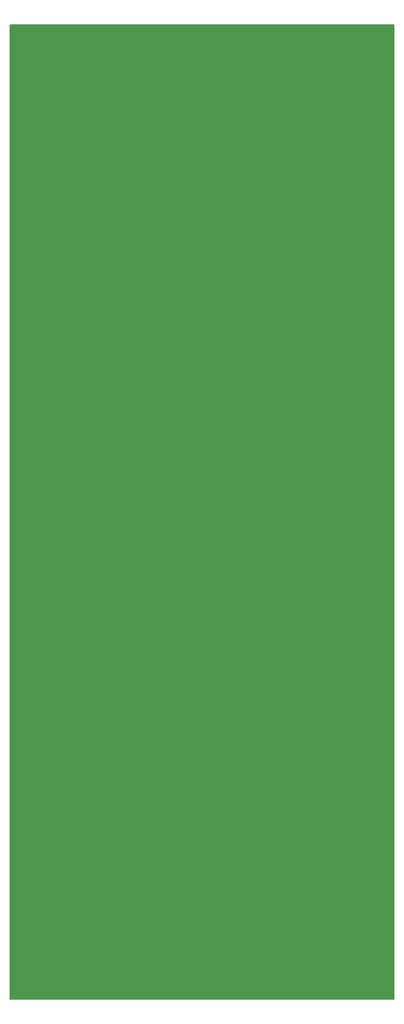
<source format=gbr>
%TF.GenerationSoftware,KiCad,Pcbnew,(6.0.8)*%
%TF.CreationDate,2023-04-30T16:13:03+01:00*%
%TF.ProjectId,Panel,50616e65-6c2e-46b6-9963-61645f706362,rev?*%
%TF.SameCoordinates,Original*%
%TF.FileFunction,Soldermask,Top*%
%TF.FilePolarity,Negative*%
%FSLAX46Y46*%
G04 Gerber Fmt 4.6, Leading zero omitted, Abs format (unit mm)*
G04 Created by KiCad (PCBNEW (6.0.8)) date 2023-04-30 16:13:03*
%MOMM*%
%LPD*%
G01*
G04 APERTURE LIST*
%ADD10C,0.150000*%
%ADD11O,8.500000X5.000000*%
%ADD12C,8.000000*%
%ADD13C,7.000000*%
G04 APERTURE END LIST*
D10*
X161417000Y-159131000D02*
X110617000Y-159131000D01*
X110617000Y-159131000D02*
X110617000Y-30353000D01*
X110617000Y-30353000D02*
X161417000Y-30353000D01*
X161417000Y-30353000D02*
X161417000Y-159131000D01*
G36*
X161417000Y-159131000D02*
G01*
X110617000Y-159131000D01*
X110617000Y-30353000D01*
X161417000Y-30353000D01*
X161417000Y-159131000D01*
G37*
D11*
%TO.C,REF\u002A\u002A*%
X118157000Y-33353000D03*
%TD*%
D12*
%TO.C,*%
X122885200Y-80390471D03*
%TD*%
D13*
%TO.C,REF\u002A\u002A*%
X155829000Y-137668000D03*
%TD*%
D12*
%TO.C,REF\u002A\u002A*%
X149860000Y-108077000D03*
%TD*%
D13*
%TO.C,REF\u002A\u002A*%
X116332000Y-137668000D03*
%TD*%
D11*
%TO.C,REF\u002A\u002A*%
X153877000Y-155853000D03*
%TD*%
%TO.C,REF\u002A\u002A*%
X153877000Y-33353000D03*
%TD*%
D12*
%TO.C,REF\u002A\u002A*%
X149860000Y-80340200D03*
%TD*%
D13*
%TO.C,REF\u002A\u002A*%
X135890000Y-137668000D03*
%TD*%
D12*
%TO.C,*%
X122809000Y-108077000D03*
%TD*%
D11*
%TO.C,REF\u002A\u002A*%
X118157000Y-155853000D03*
%TD*%
D12*
%TO.C,REF\u002A\u002A*%
X151256800Y-56808200D03*
%TD*%
D13*
%TO.C,REF\u002A\u002A*%
X145796000Y-137668000D03*
%TD*%
%TO.C,*%
X125857000Y-137668000D03*
%TD*%
M02*

</source>
